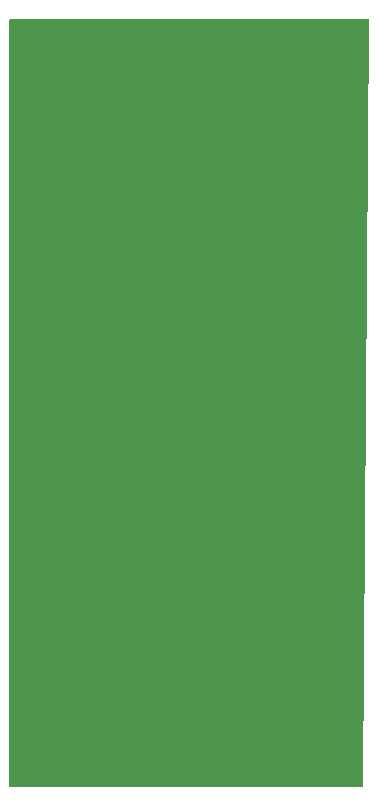
<source format=gbr>
%TF.GenerationSoftware,KiCad,Pcbnew,9.0.3*%
%TF.CreationDate,2025-07-16T15:45:05+08:00*%
%TF.ProjectId,PiHAT_Test,50694841-545f-4546-9573-742e6b696361,rev?*%
%TF.SameCoordinates,Original*%
%TF.FileFunction,Glue,Bot*%
%TF.FilePolarity,Positive*%
%FSLAX46Y46*%
G04 Gerber Fmt 4.6, Leading zero omitted, Abs format (unit mm)*
G04 Created by KiCad (PCBNEW 9.0.3) date 2025-07-16 15:45:05*
%MOMM*%
%LPD*%
G01*
G04 APERTURE LIST*
G04 APERTURE END LIST*
G36*
X153442082Y-64019685D02*
G01*
X153487837Y-64072489D01*
X153499039Y-64124954D01*
X153000947Y-128876954D01*
X152980748Y-128943840D01*
X152927593Y-128989187D01*
X152876951Y-129000000D01*
X123124000Y-129000000D01*
X123056961Y-128980315D01*
X123011206Y-128927511D01*
X123000000Y-128876000D01*
X123000000Y-64124000D01*
X123019685Y-64056961D01*
X123072489Y-64011206D01*
X123124000Y-64000000D01*
X153375043Y-64000000D01*
X153442082Y-64019685D01*
G37*
M02*

</source>
